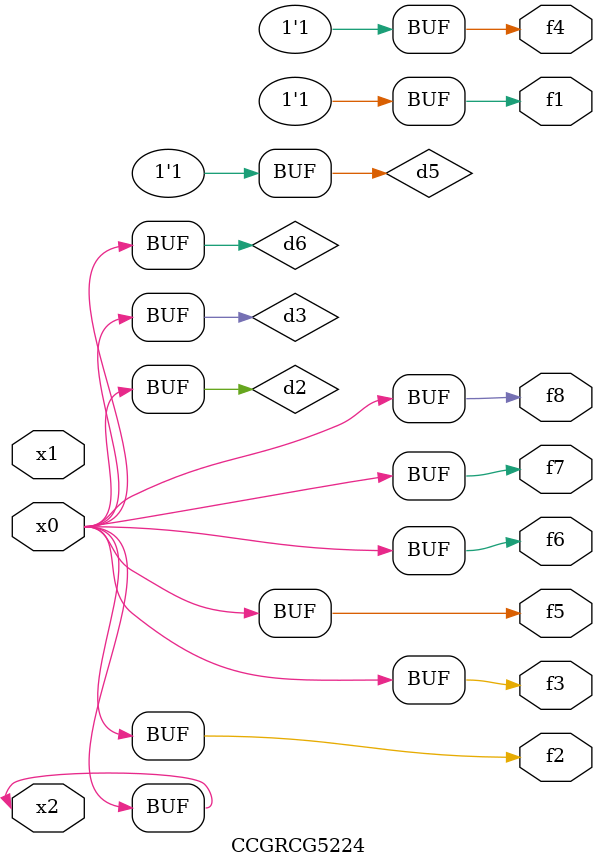
<source format=v>
module CCGRCG5224(
	input x0, x1, x2,
	output f1, f2, f3, f4, f5, f6, f7, f8
);

	wire d1, d2, d3, d4, d5, d6;

	xnor (d1, x2);
	buf (d2, x0, x2);
	and (d3, x0);
	xnor (d4, x1, x2);
	nand (d5, d1, d3);
	buf (d6, d2, d3);
	assign f1 = d5;
	assign f2 = d6;
	assign f3 = d6;
	assign f4 = d5;
	assign f5 = d6;
	assign f6 = d6;
	assign f7 = d6;
	assign f8 = d6;
endmodule

</source>
